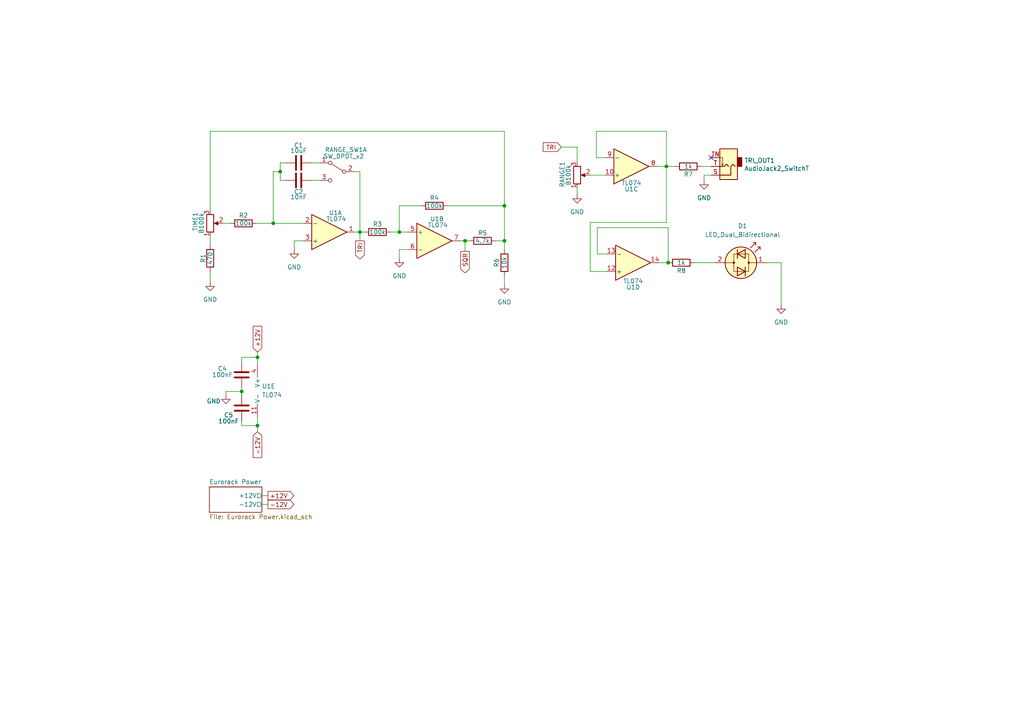
<source format=kicad_sch>
(kicad_sch (version 20211123) (generator eeschema)
  (paper "A4")
  (title_block (title "MiniLFO") (rev "v1.0"))
  (lib_symbols
    (symbol "Amplifier_Operational:TL074" (pin_names (offset 0.127))
      (property "Reference" "U" (at 0 5.08 0))
      (property "Value" "TL074" (at 0 -5.08 0))
      (symbol "TL074_1_1"
        (polyline (pts (xy -5.08 5.08) (xy 5.08 0) (xy -5.08 -5.08) (xy -5.08 5.08)) (stroke (width 0.254)) (fill (type background)))
        (pin output line (at 7.62 0 180) (length 2.54) (name "~") (number "1"))
        (pin input line (at -7.62 -2.54 0) (length 2.54) (name "-") (number "2"))
        (pin input line (at -7.62 2.54 0) (length 2.54) (name "+") (number "3"))
      )
      (symbol "TL074_2_1"
        (polyline (pts (xy -5.08 5.08) (xy 5.08 0) (xy -5.08 -5.08) (xy -5.08 5.08)) (stroke (width 0.254)) (fill (type background)))
        (pin input line (at -7.62 2.54 0) (length 2.54) (name "+") (number "5"))
        (pin input line (at -7.62 -2.54 0) (length 2.54) (name "-") (number "6"))
        (pin output line (at 7.62 0 180) (length 2.54) (name "~") (number "7"))
      )
      (symbol "TL074_3_1"
        (polyline (pts (xy -5.08 5.08) (xy 5.08 0) (xy -5.08 -5.08) (xy -5.08 5.08)) (stroke (width 0.254)) (fill (type background)))
        (pin input line (at -7.62 2.54 0) (length 2.54) (name "+") (number "10"))
        (pin output line (at 7.62 0 180) (length 2.54) (name "~") (number "8"))
        (pin input line (at -7.62 -2.54 0) (length 2.54) (name "-") (number "9"))
      )
      (symbol "TL074_4_1"
        (polyline (pts (xy -5.08 5.08) (xy 5.08 0) (xy -5.08 -5.08) (xy -5.08 5.08)) (stroke (width 0.254)) (fill (type background)))
        (pin input line (at -7.62 2.54 0) (length 2.54) (name "+") (number "12"))
        (pin input line (at -7.62 -2.54 0) (length 2.54) (name "-") (number "13"))
        (pin output line (at 7.62 0 180) (length 2.54) (name "~") (number "14"))
      )
      (symbol "TL074_5_1"
        (pin power_in line (at -2.54 -7.62 90) (length 3.81) (name "V-") (number "11"))
        (pin power_in line (at -2.54 7.62 270) (length 3.81) (name "V+") (number "4"))
      )
    )
    (symbol "Connector:AudioJack2_SwitchT"
      (property "Reference" "J" (at 0 8.89 0))
      (property "Value" "AudioJack2_SwitchT" (at 0 6.35 0))
      (symbol "AudioJack2_SwitchT_0_1"
        (rectangle (start -2.54 0) (end -3.81 -2.54) (stroke (width 0.254)) (fill (type outline)))
        (polyline (pts (xy 1.778 -0.254) (xy 2.032 -0.762)))
        (polyline (pts (xy 0 0) (xy 0.635 -0.635) (xy 1.27 0) (xy 2.54 0)) (stroke (width 0.254)))
        (polyline (pts (xy 2.54 -2.54) (xy 1.778 -2.54) (xy 1.778 -0.254) (xy 1.524 -0.762)))
        (polyline (pts (xy 2.54 2.54) (xy -0.635 2.54) (xy -0.635 0) (xy -1.27 -0.635) (xy -1.905 0)) (stroke (width 0.254)))
        (rectangle (start 2.54 3.81) (end -2.54 -5.08) (stroke (width 0.254)) (fill (type background)))
      )
      (symbol "AudioJack2_SwitchT_1_1"
        (pin passive line (at 5.08 2.54 180) (length 2.54) (name "~") (number "S"))
        (pin passive line (at 5.08 0 180) (length 2.54) (name "~") (number "T"))
        (pin passive line (at 5.08 -2.54 180) (length 2.54) (name "~") (number "TN"))
      )
    )
    (symbol "Device:C" (pin_numbers hide) (pin_names (offset 0.254))
      (property "Reference" "C" (at 0.635 2.54 0))
      (property "Value" "C" (at 0.635 -2.54 0))
      (symbol "C_0_1"
        (polyline (pts (xy -2.032 -0.762) (xy 2.032 -0.762)) (stroke (width 0.508)))
        (polyline (pts (xy -2.032 0.762) (xy 2.032 0.762)) (stroke (width 0.508)))
      )
      (symbol "C_1_1"
        (pin passive line (at 0 3.81 270) (length 2.794) (name "~") (number "1"))
        (pin passive line (at 0 -3.81 90) (length 2.794) (name "~") (number "2"))
      )
    )
    (symbol "Device:LED_Dual_Bidirectional" (pin_names (offset 0) hide)
      (property "Reference" "D" (at 0 5.715 0))
      (property "Value" "LED_Dual_Bidirectional" (at 0 -6.35 0))
      (symbol "LED_Dual_Bidirectional_0_1"
        (circle (center -2.032 0) (radius 0.254) (fill (type outline)))
        (polyline (pts (xy -4.572 0) (xy -2.54 0)))
        (polyline (pts (xy -2.032 0) (xy -2.54 0)))
        (polyline (pts (xy -1.016 3.81) (xy -1.016 1.27)) (stroke (width 0.254)))
        (polyline (pts (xy 1.27 -1.27) (xy 1.27 -3.81)) (stroke (width 0.254)))
        (polyline (pts (xy 4.064 0) (xy 2.286 0)) (fill (type outline)))
        (polyline (pts (xy 4.318 5.842) (xy 4.318 5.08)) (stroke (width 0.2032)))
        (polyline (pts (xy 5.588 4.572) (xy 5.588 3.81)) (stroke (width 0.2032)))
        (polyline (pts (xy 2.794 4.318) (xy 4.318 5.842) (xy 3.556 5.842)) (stroke (width 0.2032)))
        (polyline (pts (xy 4.064 3.048) (xy 5.588 4.572) (xy 4.826 4.572)) (stroke (width 0.2032)))
        (polyline (pts (xy -1.016 -1.27) (xy -1.016 -3.81) (xy 1.27 -2.54) (xy -1.016 -1.27)) (stroke (width 0.254)))
        (polyline (pts (xy 1.27 3.81) (xy 1.27 1.27) (xy -1.016 2.54) (xy 1.27 3.81)) (stroke (width 0.254)))
        (polyline (pts (xy 2.286 2.54) (xy -2.032 2.54) (xy -2.032 -2.54) (xy 2.286 -2.54) (xy 2.286 2.54)))
        (circle (center 0 0) (radius 4.572) (stroke (width 0.254)) (fill (type background)))
        (circle (center 2.286 0) (radius 0.254) (fill (type outline)))
      )
      (symbol "LED_Dual_Bidirectional_1_1"
        (pin input line (at 7.62 0 180) (length 3.81) (name "KA") (number "1"))
        (pin input line (at -7.62 0 0) (length 3.048) (name "AK") (number "2"))
      )
    )
    (symbol "Device:R" (pin_numbers hide) (pin_names (offset 0))
      (property "Reference" "R" (at 2.032 0 90))
      (property "Value" "R" (at 0 0 90))
      (symbol "R_0_1"
        (rectangle (start -1.016 -2.54) (end 1.016 2.54) (stroke (width 0.254)))
      )
      (symbol "R_1_1"
        (pin passive line (at 0 3.81 270) (length 1.27) (name "~") (number "1"))
        (pin passive line (at 0 -3.81 90) (length 1.27) (name "~") (number "2"))
      )
    )
    (symbol "Device:R_Potentiometer" (pin_names (offset 1.016) hide)
      (property "Reference" "RV" (at -4.445 0 90))
      (property "Value" "R_Potentiometer" (at -2.54 0 90))
      (symbol "R_Potentiometer_0_1"
        (polyline (pts (xy 2.54 0) (xy 1.524 0)))
        (polyline (pts (xy 1.143 0) (xy 2.286 0.508) (xy 2.286 -0.508) (xy 1.143 0)) (fill (type outline)))
        (rectangle (start 1.016 2.54) (end -1.016 -2.54) (stroke (width 0.254)))
      )
      (symbol "R_Potentiometer_1_1"
        (pin passive line (at 0 3.81 270) (length 1.27) (name "1") (number "1"))
        (pin passive line (at 3.81 0 180) (length 1.27) (name "2") (number "2"))
        (pin passive line (at 0 -3.81 90) (length 1.27) (name "3") (number "3"))
      )
    )
    (symbol "Switch:SW_DPDT_x2" (pin_names (offset 0) hide)
      (property "Reference" "SW" (at 0 4.318 0))
      (property "Value" "SW_DPDT_x2" (at 0 -5.08 0))
      (symbol "SW_DPDT_x2_0_0"
        (circle (center -2.032 0) (radius 0.508))
        (circle (center 2.032 -2.54) (radius 0.508))
      )
      (symbol "SW_DPDT_x2_0_1"
        (polyline (pts (xy -1.524 0.254) (xy 1.651 2.286)))
        (circle (center 2.032 2.54) (radius 0.508))
      )
      (symbol "SW_DPDT_x2_1_1"
        (pin passive line (at 5.08 2.54 180) (length 2.54) (name "A") (number "1"))
        (pin passive line (at -5.08 0 0) (length 2.54) (name "B") (number "2"))
        (pin passive line (at 5.08 -2.54 180) (length 2.54) (name "C") (number "3"))
      )
      (symbol "SW_DPDT_x2_2_1"
        (pin passive line (at 5.08 2.54 180) (length 2.54) (name "A") (number "4"))
        (pin passive line (at -5.08 0 0) (length 2.54) (name "B") (number "5"))
        (pin passive line (at 5.08 -2.54 180) (length 2.54) (name "C") (number "6"))
      )
    )
    (symbol "power:GND" (power) (pin_names (offset 0))
      (property "Value" "GND" (at 0 -3.81 0))
      (symbol "GND_0_1"
        (polyline (pts (xy 0 0) (xy 0 -1.27) (xy 1.27 -1.27) (xy 0 -2.54) (xy -1.27 -1.27) (xy 0 -1.27)))
      )
      (symbol "GND_1_1"
        (pin power_in line (at 0 0 270) (length 0) hide (name "GND") (number "1"))
      )
    )
  )
  (junction (at 79.248 64.77))
  (junction (at 104.394 67.31))
  (junction (at 74.676 103.632))
  (junction (at 146.304 59.69))
  (junction (at 134.874 69.85))
  (junction (at 81.28 49.784))
  (junction (at 146.304 69.85))
  (junction (at 193.294 48.26))
  (junction (at 115.824 67.31))
  (junction (at 193.802 76.2))
  (junction (at 70.104 113.538))
  (junction (at 74.676 123.444))
  (no_connect (at 307.467 75.692))
  (no_connect (at 206.248 45.72))
  (wire (pts (xy 146.304 59.69) (xy 146.304 38.1)))
  (wire (pts (xy 115.824 72.39) (xy 118.364 72.39)))
  (wire (pts (xy 75.946 146.304) (xy 77.724 146.304)))
  (wire (pts (xy 146.304 59.69) (xy 146.304 69.85)))
  (wire (pts (xy 113.284 67.31) (xy 115.824 67.31)))
  (wire (pts (xy 190.754 48.26) (xy 193.294 48.26)))
  (wire (pts (xy 171.196 78.74) (xy 176.022 78.74)))
  (wire (pts (xy 65.532 113.538) (xy 65.532 114.554)))
  (wire (pts (xy 146.304 69.85) (xy 146.304 72.39)))
  (wire (pts (xy 193.802 66.04) (xy 173.228 66.04)))
  (wire (pts (xy 222.504 76.2) (xy 226.568 76.2)))
  (wire (pts (xy 74.676 103.632) (xy 74.676 105.664)))
  (wire (pts (xy 167.386 54.61) (xy 167.386 56.388)))
  (wire (pts (xy 81.28 47.244) (xy 81.28 49.784)))
  (wire (pts (xy 74.422 64.77) (xy 79.248 64.77)))
  (wire (pts (xy 85.344 69.85) (xy 85.344 72.39)))
  (wire (pts (xy 60.96 78.74) (xy 60.96 81.788)))
  (wire (pts (xy 102.87 49.784) (xy 104.394 49.784)))
  (wire (pts (xy 206.248 50.8) (xy 204.216 50.8)))
  (wire (pts (xy 70.104 112.522) (xy 70.104 113.538)))
  (wire (pts (xy 79.248 64.77) (xy 87.884 64.77)))
  (wire (pts (xy 167.386 42.672) (xy 167.386 46.99)))
  (wire (pts (xy 134.874 69.85) (xy 136.144 69.85)))
  (wire (pts (xy 193.294 48.26) (xy 195.834 48.26)))
  (wire (pts (xy 122.174 59.69) (xy 115.824 59.69)))
  (wire (pts (xy 129.794 59.69) (xy 146.304 59.69)))
  (wire (pts (xy 70.104 113.538) (xy 70.104 114.554)))
  (wire (pts (xy 103.124 67.31) (xy 104.394 67.31)))
  (wire (pts (xy 75.946 143.764) (xy 77.724 143.764)))
  (wire (pts (xy 204.216 50.8) (xy 204.216 52.324)))
  (wire (pts (xy 191.262 76.2) (xy 193.802 76.2)))
  (wire (pts (xy 193.294 38.1) (xy 172.974 38.1)))
  (wire (pts (xy 162.814 42.672) (xy 167.386 42.672)))
  (wire (pts (xy 70.104 113.538) (xy 65.532 113.538)))
  (wire (pts (xy 81.28 52.324) (xy 82.804 52.324)))
  (wire (pts (xy 87.884 69.85) (xy 85.344 69.85)))
  (wire (pts (xy 172.974 38.1) (xy 172.974 45.72)))
  (wire (pts (xy 193.802 76.2) (xy 193.802 66.04)))
  (wire (pts (xy 74.676 120.904) (xy 74.676 123.444)))
  (wire (pts (xy 203.454 48.26) (xy 206.248 48.26)))
  (wire (pts (xy 79.248 49.784) (xy 81.28 49.784)))
  (wire (pts (xy 60.96 38.1) (xy 60.96 60.96)))
  (wire (pts (xy 115.824 74.93) (xy 115.824 72.39)))
  (wire (pts (xy 193.294 64.516) (xy 171.196 64.516)))
  (wire (pts (xy 81.28 47.244) (xy 82.804 47.244)))
  (wire (pts (xy 146.304 38.1) (xy 60.96 38.1)))
  (wire (pts (xy 201.422 76.2) (xy 207.264 76.2)))
  (wire (pts (xy 81.28 49.784) (xy 81.28 52.324)))
  (wire (pts (xy 74.676 102.108) (xy 74.676 103.632)))
  (wire (pts (xy 226.568 76.2) (xy 226.568 88.392)))
  (wire (pts (xy 115.824 67.31) (xy 118.364 67.31)))
  (wire (pts (xy 74.676 123.444) (xy 74.676 125.222)))
  (wire (pts (xy 90.424 47.244) (xy 92.71 47.244)))
  (wire (pts (xy 146.304 80.01) (xy 146.304 82.55)))
  (wire (pts (xy 70.104 103.632) (xy 74.676 103.632)))
  (wire (pts (xy 70.104 122.174) (xy 70.104 123.444)))
  (wire (pts (xy 173.228 66.04) (xy 173.228 73.66)))
  (wire (pts (xy 115.824 59.69) (xy 115.824 67.31)))
  (wire (pts (xy 146.304 69.85) (xy 143.764 69.85)))
  (wire (pts (xy 104.394 67.31) (xy 105.664 67.31)))
  (wire (pts (xy 70.104 123.444) (xy 74.676 123.444)))
  (wire (pts (xy 60.96 68.58) (xy 60.96 71.12)))
  (wire (pts (xy 173.228 73.66) (xy 176.022 73.66)))
  (wire (pts (xy 64.77 64.77) (xy 66.802 64.77)))
  (wire (pts (xy 172.974 45.72) (xy 175.514 45.72)))
  (wire (pts (xy 133.604 69.85) (xy 134.874 69.85)))
  (wire (pts (xy 134.874 69.85) (xy 134.874 72.898)))
  (wire (pts (xy 104.394 67.31) (xy 104.394 69.85)))
  (wire (pts (xy 79.248 49.784) (xy 79.248 64.77)))
  (wire (pts (xy 70.104 104.902) (xy 70.104 103.632)))
  (wire (pts (xy 104.394 49.784) (xy 104.394 67.31)))
  (wire (pts (xy 90.424 52.324) (xy 92.71 52.324)))
  (wire (pts (xy 171.196 64.516) (xy 171.196 78.74)))
  (wire (pts (xy 193.294 48.26) (xy 193.294 38.1)))
  (wire (pts (xy 193.294 48.26) (xy 193.294 64.516)))
  (wire (pts (xy 171.196 50.8) (xy 175.514 50.8)))
  (global_label "+12V" (shape output) (at 77.724 143.764 0) (property "Intersheet References" "${INTERSHEET_REFS}" (effects hide)))
  (global_label "TRI" (shape output) (at 104.394 69.85 270) (property "Intersheet References" "${INTERSHEET_REFS}" (effects hide)))
  (global_label "+12V" (shape input) (at 74.676 102.108 90) (property "Intersheet References" "${INTERSHEET_REFS}" (effects hide)))
  (global_label "-12V" (shape input) (at 74.676 125.222 270) (property "Intersheet References" "${INTERSHEET_REFS}" (effects hide)))
  (global_label "TRI" (shape input) (at 162.814 42.672 180) (property "Intersheet References" "${INTERSHEET_REFS}" (effects hide)))
  (global_label "-12V" (shape output) (at 77.724 146.304 0) (property "Intersheet References" "${INTERSHEET_REFS}" (effects hide)))
  (global_label "SQR" (shape output) (at 134.874 72.898 270) (property "Intersheet References" "${INTERSHEET_REFS}" (effects hide)))
  (symbol (lib_id "power:GND") (at 146.304 82.55 0) (unit 1)
    (property "Reference" "#PWR04" (effects hide))
    (property "Value" "GND" (at 146.304 87.63 0))
  )
  (symbol (lib_id "Device:R") (at 109.474 67.31 90) (unit 1)
    (property "Reference" "R3" (at 109.474 65.024 90))
    (property "Value" "100k" (at 109.474 67.31 90))
    (property "Footprint" "Resistor_SMD:R_0603_1608Metric_Pad0.98x0.95mm_HandSolder" (effects hide))
  )
  (symbol (lib_id "Amplifier_Operational:TL074") (at 183.642 76.2 0) (mirror x) (unit 4)
    (property "Reference" "U1" (at 183.642 83.312 0))
    (property "Value" "TL074" (at 183.642 81.534 0))
    (property "Footprint" "Package_SO:SOIC-14_3.9x8.7mm_P1.27mm" (effects hide))
    (property "Datasheet" "http://www.ti.com/lit/ds/symlink/tl071.pdf" (effects hide))
  )
  (symbol (lib_id "power:GND") (at 204.216 52.324 0) (unit 1)
    (property "Reference" "#PWR05" (effects hide))
    (property "Value" "GND" (at 204.216 57.404 0))
  )
  (symbol (lib_id "Device:R") (at 146.304 76.2 180) (unit 1)
    (property "Reference" "R6" (at 144.018 76.2 90))
    (property "Value" "10k" (at 146.304 76.2 90))
    (property "Footprint" "Resistor_SMD:R_0603_1608Metric_Pad0.98x0.95mm_HandSolder" (effects hide))
  )
  (symbol (lib_id "power:GND") (at 115.824 74.93 0) (unit 1)
    (property "Reference" "#PWR03" (effects hide))
    (property "Value" "GND" (at 115.824 80.01 0))
  )
  (symbol (lib_id "Device:R") (at 139.954 69.85 90) (unit 1)
    (property "Reference" "R5" (at 139.954 67.564 90))
    (property "Value" "4.7k" (at 139.954 69.85 90))
    (property "Footprint" "Resistor_SMD:R_0603_1608Metric_Pad0.98x0.95mm_HandSolder" (effects hide))
  )
  (symbol (lib_id "power:GND") (at 85.344 72.39 0) (unit 1)
    (property "Reference" "#PWR02" (effects hide))
    (property "Value" "GND" (at 85.344 77.47 0))
  )
  (symbol (lib_id "Device:R_Potentiometer") (at 167.386 50.8 0) (mirror x) (unit 1)
    (property "Reference" "RANGE1" (at 163.068 54.356 90) (effects (justify right)))
    (property "Value" "B100k" (at 164.846 53.848 90) (effects (justify right)))
    (property "Footprint" "benjiaomodular:Potentiometer_RV09" (effects hide))
  )
  (symbol (lib_id "Device:R") (at 125.984 59.69 90) (unit 1)
    (property "Reference" "R4" (at 125.984 57.404 90))
    (property "Value" "100k" (at 125.984 59.69 90))
    (property "Footprint" "Resistor_SMD:R_0603_1608Metric_Pad0.98x0.95mm_HandSolder" (effects hide))
  )
  (symbol (lib_id "Amplifier_Operational:TL074") (at 125.984 69.85 0) (unit 2)
    (property "Reference" "U1" (at 126.746 63.5 0))
    (property "Value" "TL074" (at 127 65.278 0))
    (property "Footprint" "Package_SO:SOIC-14_3.9x8.7mm_P1.27mm" (effects hide))
    (property "Datasheet" "http://www.ti.com/lit/ds/symlink/tl071.pdf" (effects hide))
  )
  (symbol (lib_id "Device:C") (at 70.104 108.712 180) (unit 1)
    (property "Reference" "C4" (at 64.516 106.934 0))
    (property "Value" "100nF" (at 64.516 108.712 0))
    (property "Footprint" "Capacitor_SMD:C_0603_1608Metric_Pad1.08x0.95mm_HandSolder" (effects hide))
  )
  (symbol (lib_id "power:GND") (at 60.96 81.788 0) (unit 1)
    (property "Reference" "#PWR01" (effects hide))
    (property "Value" "GND" (at 60.96 86.868 0))
  )
  (symbol (lib_id "Device:R_Potentiometer") (at 60.96 64.77 0) (mirror x) (unit 1)
    (property "Reference" "TIME1" (at 56.642 67.056 90) (effects (justify right)))
    (property "Value" "B100k" (at 58.42 67.818 90) (effects (justify right)))
    (property "Footprint" "benjiaomodular:Potentiometer_RV09" (effects hide))
  )
  (symbol (lib_id "Device:R") (at 60.96 74.93 0) (unit 1)
    (property "Reference" "R1" (at 58.928 74.93 90))
    (property "Value" "470" (at 60.96 74.93 90))
    (property "Footprint" "Resistor_SMD:R_0603_1608Metric_Pad0.98x0.95mm_HandSolder" (effects hide))
  )
  (symbol (lib_id "Device:C") (at 86.614 47.244 90) (unit 1)
    (property "Reference" "C1" (at 86.614 42.164 90))
    (property "Value" "10uF" (at 86.614 43.688 90))
    (property "Footprint" "Capacitor_SMD:C_0805_2012Metric_Pad1.18x1.45mm_HandSolder" (effects hide))
  )
  (symbol (lib_id "Device:R") (at 70.612 64.77 90) (unit 1)
    (property "Reference" "R2" (at 70.612 62.484 90))
    (property "Value" "100k" (at 70.612 64.77 90))
    (property "Footprint" "Resistor_SMD:R_0603_1608Metric_Pad0.98x0.95mm_HandSolder" (effects hide))
  )
  (symbol (lib_id "power:GND") (at 226.568 88.392 0) (unit 1)
    (property "Reference" "#PWR0105" (effects hide))
    (property "Value" "GND" (at 226.568 93.472 0))
  )
  (symbol (lib_id "Amplifier_Operational:TL074") (at 183.134 48.26 0) (mirror x) (unit 3)
    (property "Reference" "U1" (at 183.134 54.864 0))
    (property "Value" "TL074" (at 183.134 53.086 0))
    (property "Footprint" "Package_SO:SOIC-14_3.9x8.7mm_P1.27mm" (effects hide))
    (property "Datasheet" "http://www.ti.com/lit/ds/symlink/tl071.pdf" (effects hide))
  )
  (symbol (lib_id "Amplifier_Operational:TL074") (at 77.216 113.284 0) (unit 5)
    (property "Reference" "U1" (at 75.946 112.0139 0) (effects (justify left)))
    (property "Value" "TL074" (at 75.946 114.5539 0) (effects (justify left)))
    (property "Footprint" "Package_SO:SOIC-14_3.9x8.7mm_P1.27mm" (effects hide))
    (property "Datasheet" "http://www.ti.com/lit/ds/symlink/tl071.pdf" (effects hide))
  )
  (symbol (lib_id "power:GND") (at 167.386 56.388 0) (unit 1)
    (property "Reference" "#PWR0101" (effects hide))
    (property "Value" "GND" (at 167.386 61.468 0))
  )
  (symbol (lib_id "Device:R") (at 199.644 48.26 270) (unit 1)
    (property "Reference" "R7" (at 199.644 50.546 90))
    (property "Value" "1k" (at 199.644 48.26 90))
    (property "Footprint" "Resistor_SMD:R_0603_1608Metric_Pad0.98x0.95mm_HandSolder" (effects hide))
  )
  (symbol (lib_id "Device:R") (at 197.612 76.2 270) (unit 1)
    (property "Reference" "R8" (at 197.612 78.486 90))
    (property "Value" "1k" (at 197.612 76.2 90))
    (property "Footprint" "Resistor_SMD:R_0603_1608Metric_Pad0.98x0.95mm_HandSolder" (effects hide))
  )
  (symbol (lib_id "Amplifier_Operational:TL074") (at 95.504 67.31 0) (mirror x) (unit 1)
    (property "Reference" "U1" (at 97.282 61.722 0))
    (property "Value" "TL074" (at 97.536 63.5 0))
    (property "Footprint" "Package_SO:SOIC-14_3.9x8.7mm_P1.27mm" (effects hide))
    (property "Datasheet" "http://www.ti.com/lit/ds/symlink/tl071.pdf" (effects hide))
  )
  (symbol (lib_id "Device:LED_Dual_Bidirectional") (at 214.884 76.2 0) (unit 1)
    (property "Reference" "D1" (at 215.3793 65.532 0))
    (property "Value" "LED_Dual_Bidirectional" (at 215.3793 68.072 0))
    (property "Footprint" "LED_THT:LED_D3.0mm" (effects hide))
  )
  (symbol (lib_id "Connector:AudioJack2_SwitchT") (at 211.328 48.26 180) (unit 1)
    (property "Reference" "TRI_OUT1" (at 215.8746 46.5582 0) (effects (justify right)))
    (property "Value" "AudioJack2_SwitchT" (at 215.8746 48.8696 0) (effects (justify right)))
    (property "Footprint" "benjiaomodular:AudioJack_3.5mm" (effects hide))
    (property "Type" "Thru-hole" (effects hide))
    (property "Manufacturers Name" "Tayda Electronics" (effects hide))
    (property "Manufacturers Part Number" "PJ-3001F" (effects hide))
    (property "Mfg #" "PJ-3001F" (effects hide))
    (property "Part Description" "PJ-3001F 3.5mm Mono Phone Jack" (effects hide))
  )
  (symbol (lib_id "power:GND") (at 65.532 114.554 0) (unit 1)
    (property "Reference" "#PWR07" (effects hide))
    (property "Value" "GND" (at 61.976 116.332 0))
  )
  (symbol (lib_id "Switch:SW_DPDT_x2") (at 97.79 49.784 0) (mirror y) (unit 1)
    (property "Reference" "RANGE_SW1" (at 100.33 43.434 0))
    (property "Value" "SW_DPDT_x2" (at 99.695 45.339 0))
    (property "Footprint" "benjiaomodular:ToggleSwitch_MTS-202_DPDT" (effects hide))
  )
  (symbol (lib_id "Device:C") (at 70.104 118.364 180) (unit 1)
    (property "Reference" "C5" (at 66.294 120.396 0))
    (property "Value" "100nF" (at 66.294 122.174 0))
    (property "Footprint" "Capacitor_SMD:C_0603_1608Metric_Pad1.08x0.95mm_HandSolder" (effects hide))
  )
  (symbol (lib_id "Device:C") (at 86.614 52.324 90) (unit 1)
    (property "Reference" "C2" (at 86.614 55.626 90))
    (property "Value" "10nF" (at 86.614 57.15 90))
    (property "Footprint" "Capacitor_SMD:C_0805_2012Metric_Pad1.18x1.45mm_HandSolder" (effects hide))
  )
  (sheet (at 60.706 141.224) (size 15.24 7.366) (stroke (width 0.1524))
    (property "Sheet name" "Eurorack Power" (at 60.706 140.5124 0) (effects (justify left bottom)))
    (property "Sheet file" "Eurorack Power.kicad_sch" (at 60.706 149.1746 0) (effects (justify left top)))
    (pin "+12V" output (at 75.946 143.764 0))
    (pin "-12V" output (at 75.946 146.304 0))
  )
)
</source>
